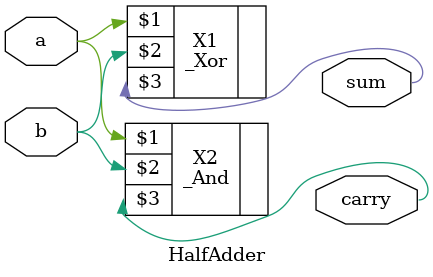
<source format=v>
`timescale 1ns / 1ps
module HalfAdder(input a,b, 
    output sum,carry);
    _Xor X1(a,b,sum);
    _And X2(a,b,carry);
endmodule
</source>
